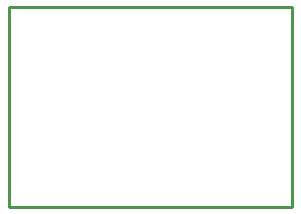
<source format=gko>
G04 Layer: BoardOutline*
G04 EasyEDA v6.4.20.6, 2021-08-10T17:15:55+02:00*
G04 7b13affcda024765ae535b18742ed463,10*
G04 Gerber Generator version 0.2*
G04 Scale: 100 percent, Rotated: No, Reflected: No *
G04 Dimensions in millimeters *
G04 leading zeros omitted , absolute positions ,4 integer and 5 decimal *
%FSLAX45Y45*%
%MOMM*%

%ADD10C,0.2540*%
D10*
X15900Y-102499D02*
G01*
X2415903Y-102499D01*
X2415903Y-1802500D01*
X15900Y-1802500D01*
X15900Y-102499D01*

%LPD*%
M02*

</source>
